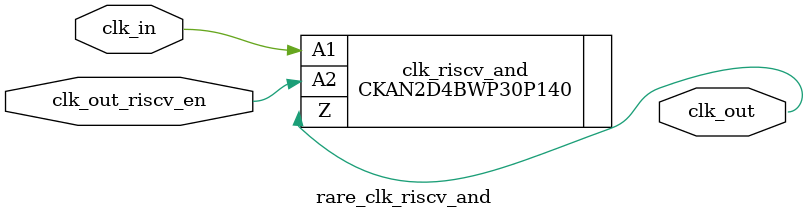
<source format=v>
`timescale 1ns/1ps

module rare_clk_riscv_and(
    input wire clk_out_riscv_en,
    input wire clk_in,
    output wire clk_out
);

    CKAN2D4BWP30P140 clk_riscv_and(
        .A1(clk_in),
        .A2(clk_out_riscv_en),
        .Z(clk_out)
    );

endmodule
</source>
